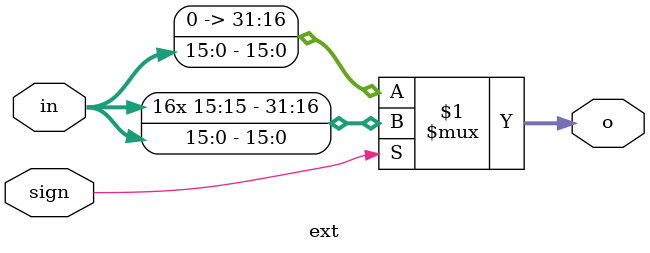
<source format=v>
module ext #(parameter WIDTH=16)(
    input [WIDTH-1:0] in,
    input sign,
    output [31:0]o
);
assign o=sign?{{(32-WIDTH){in[WIDTH-1]}},in}:{{(32-WIDTH){1'b0}},in};

endmodule
</source>
